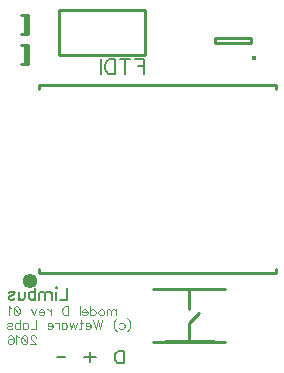
<source format=gbo>
G04 DipTrace 3.0.0.1*
G04 Limbus-modelD-rev01.GBO*
%MOMM*%
G04 #@! TF.FileFunction,Legend,Bot*
G04 #@! TF.Part,Single*
%ADD10C,0.25*%
%ADD32O,0.39127X0.39184*%
%ADD40O,1.27008X1.26965*%
%ADD91C,0.19608*%
%ADD92C,0.15686*%
%ADD93C,0.11765*%
%FSLAX35Y35*%
G04*
G71*
G90*
G75*
G01*
G04 BotSilk*
%LPD*%
X2418889Y1670000D2*
D10*
X3031111D1*
X2418889Y1220000D2*
X3031111D1*
X1337292Y3571483D2*
Y3731323D1*
X1356204Y3571483D2*
Y3731323D1*
Y3571483D2*
X1296396D1*
X1356204Y3731323D2*
X1296396D1*
X1337292Y3825510D2*
Y3985350D1*
X1356204Y3825510D2*
Y3985350D1*
Y3825510D2*
X1296396D1*
X1356204Y3985350D2*
X1296396D1*
X2348130Y4029000D2*
X1617863D1*
Y3648000D1*
X2348130D1*
Y4029000D1*
D32*
X3269106Y3617899D3*
X3245736Y3745247D2*
D10*
X2945750D1*
Y3795253D1*
X3245736D1*
Y3745247D1*
X1455111Y1801217D2*
Y1833130D1*
X3455033Y3388801D2*
Y3357059D1*
X1455111Y3390002D2*
X3455033D1*
X1455111Y1800016D2*
X3455033D1*
X1455111Y3357059D2*
Y3388801D1*
X3455033Y1801217D2*
Y1833130D1*
D40*
X1375504Y1737734D3*
X2931388Y1222730D2*
D10*
X2518612D1*
X2931388Y1667270D2*
X2518612D1*
X2725000Y1222730D2*
Y1381512D1*
X2804380Y1460872D1*
X2725000Y1492616D2*
Y1667270D1*
X2262758Y3611667D2*
D91*
X2341795D1*
Y3484057D1*
Y3550880D2*
X2293222D1*
X2181006Y3611667D2*
Y3484057D1*
X2223543Y3611667D2*
X2138470D1*
X2099254D2*
Y3484057D1*
X2056717D1*
X2038467Y3490234D1*
X2026254Y3502307D1*
X2020217Y3514520D1*
X2014181Y3532630D1*
Y3563094D1*
X2020217Y3581344D1*
X2026254Y3593417D1*
X2038467Y3605630D1*
X2056717Y3611667D1*
X2099254D1*
X1974965D2*
Y3484057D1*
X1691635Y1678110D2*
D92*
Y1576022D1*
X1633347D1*
X1601975Y1678110D2*
X1597145Y1673281D1*
X1592204Y1678110D1*
X1597145Y1683051D1*
X1601975Y1678110D1*
X1597145Y1644081D2*
Y1576022D1*
X1560831Y1644081D2*
Y1576022D1*
Y1624651D2*
X1546231Y1639251D1*
X1536461Y1644081D1*
X1521973D1*
X1512202Y1639251D1*
X1507373Y1624651D1*
Y1576022D1*
Y1624651D2*
X1492773Y1639251D1*
X1483002Y1644081D1*
X1468514D1*
X1458744Y1639251D1*
X1453802Y1624651D1*
Y1576022D1*
X1422430Y1678110D2*
Y1576022D1*
Y1629481D2*
X1412659Y1639251D1*
X1403000Y1644081D1*
X1388400D1*
X1378742Y1639251D1*
X1368971Y1629481D1*
X1364142Y1614881D1*
Y1605222D1*
X1368971Y1590622D1*
X1378742Y1580964D1*
X1388400Y1576022D1*
X1403000D1*
X1412659Y1580964D1*
X1422430Y1590622D1*
X1332769Y1644081D2*
Y1595451D1*
X1327940Y1580964D1*
X1318169Y1576022D1*
X1303569D1*
X1293911Y1580964D1*
X1279311Y1595451D1*
Y1644081D2*
Y1576022D1*
X1194480Y1629481D2*
X1199309Y1639251D1*
X1213909Y1644081D1*
X1228509D1*
X1243109Y1639251D1*
X1247938Y1629481D1*
X1243109Y1619822D1*
X1233338Y1614881D1*
X1209080Y1610051D1*
X1199309Y1605222D1*
X1194480Y1595451D1*
Y1590622D1*
X1199309Y1580964D1*
X1213909Y1576022D1*
X1228509D1*
X1243109Y1580964D1*
X1247938Y1590622D1*
X2106291Y1493690D2*
D93*
Y1442646D1*
Y1479118D2*
X2095341Y1490068D1*
X2088013Y1493690D1*
X2077147D1*
X2069819Y1490068D1*
X2066197Y1479118D1*
Y1442646D1*
Y1479118D2*
X2055247Y1490068D1*
X2047919Y1493690D1*
X2037053D1*
X2029725Y1490068D1*
X2026019Y1479118D1*
Y1442646D1*
X1984296Y1493690D2*
X1991540Y1490068D1*
X1998868Y1482740D1*
X2002490Y1471790D1*
Y1464546D1*
X1998868Y1453596D1*
X1991540Y1446352D1*
X1984296Y1442646D1*
X1973346D1*
X1966018Y1446352D1*
X1958774Y1453596D1*
X1955068Y1464546D1*
Y1471790D1*
X1958774Y1482740D1*
X1966018Y1490068D1*
X1973346Y1493690D1*
X1984296D1*
X1887822Y1519212D2*
Y1442646D1*
Y1482740D2*
X1895066Y1490068D1*
X1902394Y1493690D1*
X1913344D1*
X1920588Y1490068D1*
X1927916Y1482740D1*
X1931538Y1471790D1*
Y1464546D1*
X1927916Y1453596D1*
X1920588Y1446352D1*
X1913344Y1442646D1*
X1902394D1*
X1895066Y1446352D1*
X1887822Y1453596D1*
X1864293Y1471790D2*
X1820577D1*
Y1479118D1*
X1824199Y1486446D1*
X1827821Y1490068D1*
X1835149Y1493690D1*
X1846099D1*
X1853343Y1490068D1*
X1860671Y1482740D1*
X1864293Y1471790D1*
Y1464546D1*
X1860671Y1453596D1*
X1853343Y1446352D1*
X1846099Y1442646D1*
X1835149D1*
X1827821Y1446352D1*
X1820577Y1453596D1*
X1797048Y1519212D2*
Y1442646D1*
X1699451Y1519212D2*
Y1442646D1*
X1673929D1*
X1662979Y1446352D1*
X1655651Y1453596D1*
X1652029Y1460924D1*
X1648407Y1471790D1*
Y1490068D1*
X1652029Y1501018D1*
X1655651Y1508262D1*
X1662979Y1515590D1*
X1673929Y1519212D1*
X1699451D1*
X1550809Y1493690D2*
Y1442646D1*
Y1471790D2*
X1547103Y1482740D1*
X1539859Y1490068D1*
X1532531Y1493690D1*
X1521581D1*
X1498052Y1471790D2*
X1454336D1*
Y1479118D1*
X1457958Y1486446D1*
X1461580Y1490068D1*
X1468908Y1493690D1*
X1479858D1*
X1487102Y1490068D1*
X1494430Y1482740D1*
X1498052Y1471790D1*
Y1464546D1*
X1494430Y1453596D1*
X1487102Y1446352D1*
X1479858Y1442646D1*
X1468908D1*
X1461580Y1446352D1*
X1454336Y1453596D1*
X1430807Y1493690D2*
X1408907Y1442646D1*
X1387091Y1493690D1*
X1267594Y1519127D2*
X1278544Y1515505D1*
X1285872Y1504555D1*
X1289494Y1486362D1*
Y1475412D1*
X1285872Y1457218D1*
X1278544Y1446268D1*
X1267594Y1442646D1*
X1260350D1*
X1249400Y1446268D1*
X1242156Y1457218D1*
X1238450Y1475412D1*
Y1486362D1*
X1242156Y1504555D1*
X1249400Y1515505D1*
X1260350Y1519127D1*
X1267594D1*
X1242156Y1504555D2*
X1285872Y1457218D1*
X1214920Y1504555D2*
X1207592Y1508262D1*
X1196642Y1519127D1*
Y1442646D1*
X1424955Y1255140D2*
Y1258762D1*
X1421333Y1266090D1*
X1417711Y1269712D1*
X1410383Y1273334D1*
X1395811D1*
X1388567Y1269712D1*
X1384945Y1266090D1*
X1381239Y1258762D1*
Y1251518D1*
X1384945Y1244190D1*
X1392189Y1233324D1*
X1428661Y1196853D1*
X1377617D1*
X1332187Y1273334D2*
X1343137Y1269712D1*
X1350466Y1258762D1*
X1354087Y1240568D1*
Y1229618D1*
X1350466Y1211424D1*
X1343137Y1200474D1*
X1332187Y1196853D1*
X1324944D1*
X1313994Y1200474D1*
X1306750Y1211424D1*
X1303044Y1229618D1*
Y1240568D1*
X1306750Y1258762D1*
X1313994Y1269712D1*
X1324944Y1273334D1*
X1332187D1*
X1306750Y1258762D2*
X1350466Y1211424D1*
X1279514Y1258762D2*
X1272186Y1262468D1*
X1261236Y1273334D1*
Y1196853D1*
X1193991Y1262468D2*
X1197613Y1269712D1*
X1208563Y1273334D1*
X1215807D1*
X1226757Y1269712D1*
X1234085Y1258762D1*
X1237707Y1240568D1*
Y1222374D1*
X1234085Y1207803D1*
X1226757Y1200474D1*
X1215807Y1196853D1*
X1212185D1*
X1201319Y1200474D1*
X1193991Y1207803D1*
X1190369Y1218753D1*
Y1222374D1*
X1193991Y1233324D1*
X1201319Y1240568D1*
X1212185Y1244190D1*
X1215807D1*
X1226757Y1240568D1*
X1234085Y1233324D1*
X1237707Y1222374D1*
X2200701Y1423381D2*
X2208029Y1416137D1*
X2215273Y1405187D1*
X2222601Y1390615D1*
X2226223Y1372337D1*
Y1357765D1*
X2222601Y1339571D1*
X2215273Y1324999D1*
X2208029Y1314049D1*
X2200701Y1306806D1*
X2133372Y1366946D2*
X2140700Y1374274D1*
X2148028Y1377896D1*
X2158893D1*
X2166222Y1374274D1*
X2173465Y1366946D1*
X2177172Y1355996D1*
Y1348753D1*
X2173465Y1337803D1*
X2166222Y1330559D1*
X2158893Y1326853D1*
X2148028D1*
X2140700Y1330559D1*
X2133372Y1337803D1*
X2109842Y1423381D2*
X2102514Y1416137D1*
X2095270Y1405187D1*
X2087942Y1390615D1*
X2084320Y1372337D1*
Y1357765D1*
X2087942Y1339571D1*
X2095270Y1324999D1*
X2102514Y1314049D1*
X2109842Y1306806D1*
X1986723Y1403418D2*
X1968445Y1326853D1*
X1950251Y1403418D1*
X1932057Y1326853D1*
X1913779Y1403418D1*
X1890250Y1355996D2*
X1846534D1*
Y1363324D1*
X1850156Y1370653D1*
X1853778Y1374274D1*
X1861106Y1377896D1*
X1872056D1*
X1879300Y1374274D1*
X1886628Y1366946D1*
X1890250Y1355996D1*
Y1348753D1*
X1886628Y1337803D1*
X1879300Y1330559D1*
X1872056Y1326853D1*
X1861106D1*
X1853778Y1330559D1*
X1846534Y1337803D1*
X1812054Y1403418D2*
Y1341424D1*
X1808433Y1330559D1*
X1801104Y1326853D1*
X1793861D1*
X1823004Y1377896D2*
X1797483D1*
X1770331D2*
X1755759Y1326853D1*
X1741187Y1377896D1*
X1726615Y1326853D1*
X1712044Y1377896D1*
X1644798D2*
Y1326853D1*
Y1366946D2*
X1652042Y1374274D1*
X1659370Y1377896D1*
X1670236D1*
X1677564Y1374274D1*
X1684808Y1366946D1*
X1688514Y1355996D1*
Y1348753D1*
X1684808Y1337803D1*
X1677564Y1330559D1*
X1670236Y1326853D1*
X1659370D1*
X1652042Y1330559D1*
X1644798Y1337803D1*
X1621269Y1377896D2*
Y1326853D1*
Y1355996D2*
X1617563Y1366946D1*
X1610319Y1374274D1*
X1602991Y1377896D1*
X1592041D1*
X1568511Y1355996D2*
X1524796D1*
Y1363324D1*
X1528418Y1370653D1*
X1532040Y1374274D1*
X1539368Y1377896D1*
X1550318D1*
X1557561Y1374274D1*
X1564890Y1366946D1*
X1568511Y1355996D1*
Y1348753D1*
X1564890Y1337803D1*
X1557561Y1330559D1*
X1550318Y1326853D1*
X1539368D1*
X1532040Y1330559D1*
X1524796Y1337803D1*
X1427198Y1403418D2*
Y1326853D1*
X1383483D1*
X1316237Y1377896D2*
Y1326853D1*
Y1366946D2*
X1323481Y1374274D1*
X1330809Y1377896D1*
X1341675D1*
X1349003Y1374274D1*
X1356247Y1366946D1*
X1359953Y1355996D1*
Y1348753D1*
X1356247Y1337803D1*
X1349003Y1330559D1*
X1341675Y1326853D1*
X1330809D1*
X1323481Y1330559D1*
X1316237Y1337803D1*
X1292708Y1403418D2*
Y1326853D1*
Y1366946D2*
X1285380Y1374274D1*
X1278136Y1377896D1*
X1267186D1*
X1259942Y1374274D1*
X1252614Y1366946D1*
X1248992Y1355996D1*
Y1348753D1*
X1252614Y1337803D1*
X1259942Y1330559D1*
X1267186Y1326853D1*
X1278136D1*
X1285380Y1330559D1*
X1292708Y1337803D1*
X1185369Y1366946D2*
X1188991Y1374274D1*
X1199941Y1377896D1*
X1210891D1*
X1221841Y1374274D1*
X1225463Y1366946D1*
X1221841Y1359703D1*
X1214513Y1355996D1*
X1196319Y1352374D1*
X1188991Y1348753D1*
X1185369Y1341424D1*
Y1337803D1*
X1188991Y1330559D1*
X1199941Y1326853D1*
X1210891D1*
X1221841Y1330559D1*
X1225463Y1337803D1*
X2174588Y1140147D2*
D92*
Y1038059D1*
X2133753D1*
X2116233Y1043000D1*
X2104508Y1052659D1*
X2098713Y1062430D1*
X2092918Y1076917D1*
Y1101288D1*
X2098713Y1115888D1*
X2104508Y1125547D1*
X2116233Y1135317D1*
X2133753Y1140147D1*
X2174588D1*
X1884337Y1132790D2*
Y1045303D1*
X1936762Y1088990D2*
X1831777D1*
X1675621Y1089047D2*
X1608236D1*
M02*

</source>
